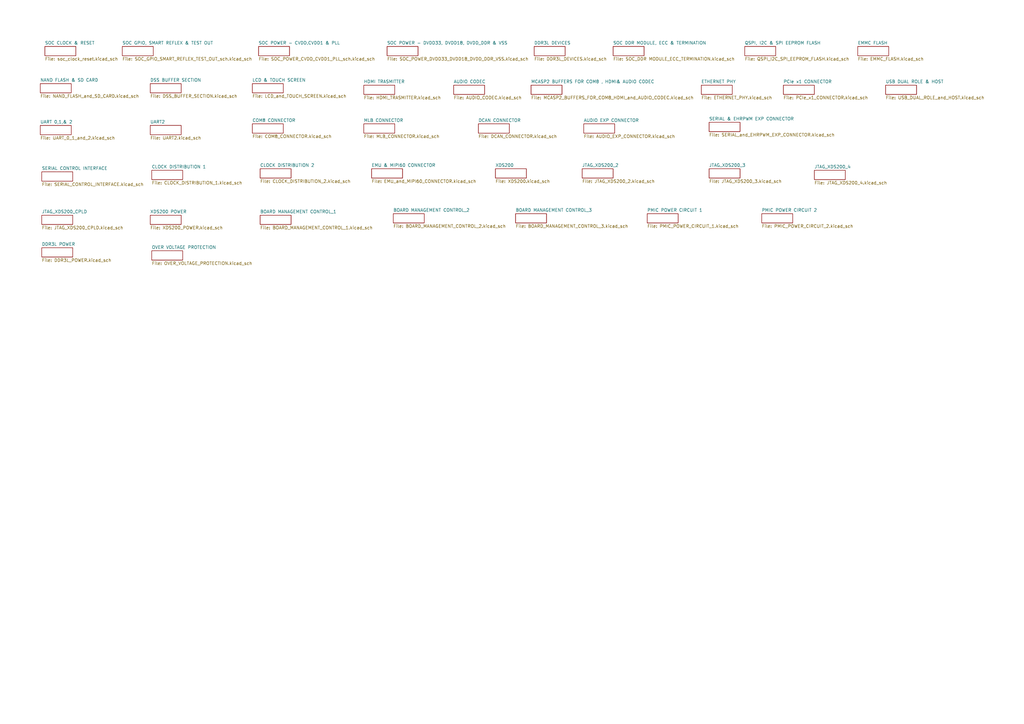
<source format=kicad_sch>
(kicad_sch
	(version 20250114)
	(generator "eeschema")
	(generator_version "9.0")
	(uuid "d330d23c-f976-4d30-a668-2bf451cc6840")
	(paper "A3")
	(title_block
		(title "Barre de son (base saine)")
		(date "2025-05-16")
		(rev "1.0")
		(company "NDH")
	)
	(lib_symbols)
	(sheet
		(at 17.145 101.6)
		(size 12.7 3.81)
		(exclude_from_sim no)
		(in_bom yes)
		(on_board yes)
		(dnp no)
		(fields_autoplaced yes)
		(stroke
			(width 0.1524)
			(type solid)
		)
		(fill
			(color 0 0 0 0.0000)
		)
		(uuid "14e04959-303b-45c0-85a5-08c623624c11")
		(property "Sheetname" "DDR3L POWER"
			(at 17.145 100.8884 0)
			(effects
				(font
					(size 1.27 1.27)
				)
				(justify left bottom)
			)
		)
		(property "Sheetfile" "DDR3L_POWER.kicad_sch"
			(at 17.145 105.9946 0)
			(effects
				(font
					(size 1.27 1.27)
				)
				(justify left top)
			)
		)
		(instances
			(project "Processeur_Barre_Son"
				(path "/d330d23c-f976-4d30-a668-2bf451cc6840"
					(page "41")
				)
			)
		)
	)
	(sheet
		(at 219.075 19.05)
		(size 12.7 3.81)
		(exclude_from_sim no)
		(in_bom yes)
		(on_board yes)
		(dnp no)
		(fields_autoplaced yes)
		(stroke
			(width 0.1524)
			(type solid)
		)
		(fill
			(color 0 0 0 0.0000)
		)
		(uuid "1e325509-e453-42be-af03-35e9e8d60a64")
		(property "Sheetname" "DDR3L DEVICES"
			(at 219.075 18.3384 0)
			(effects
				(font
					(size 1.27 1.27)
				)
				(justify left bottom)
			)
		)
		(property "Sheetfile" "DDR3L_DEVICES.kicad_sch"
			(at 219.075 23.4446 0)
			(effects
				(font
					(size 1.27 1.27)
				)
				(justify left top)
			)
		)
		(instances
			(project "Processeur_Barre_Son"
				(path "/d330d23c-f976-4d30-a668-2bf451cc6840"
					(page "6")
				)
			)
		)
	)
	(sheet
		(at 290.83 50.165)
		(size 12.7 3.81)
		(exclude_from_sim no)
		(in_bom yes)
		(on_board yes)
		(dnp no)
		(fields_autoplaced yes)
		(stroke
			(width 0.1524)
			(type solid)
		)
		(fill
			(color 0 0 0 0.0000)
		)
		(uuid "1f45797e-6c56-4299-b909-e04ca0dddf28")
		(property "Sheetname" "SERIAL & EHRPWM EXP CONNECTOR"
			(at 290.83 49.4534 0)
			(effects
				(font
					(size 1.27 1.27)
				)
				(justify left bottom)
			)
		)
		(property "Sheetfile" "SERIAL_and_EHRPWM_EXP_CONNECTOR.kicad_sch"
			(at 290.83 54.5596 0)
			(effects
				(font
					(size 1.27 1.27)
				)
				(justify left top)
			)
		)
		(instances
			(project "Processeur_Barre_Son"
				(path "/d330d23c-f976-4d30-a668-2bf451cc6840"
					(page "25")
				)
			)
		)
	)
	(sheet
		(at 351.79 19.05)
		(size 12.7 3.81)
		(exclude_from_sim no)
		(in_bom yes)
		(on_board yes)
		(dnp no)
		(fields_autoplaced yes)
		(stroke
			(width 0.1524)
			(type solid)
		)
		(fill
			(color 0 0 0 0.0000)
		)
		(uuid "23767ee9-4fa3-4980-b189-f31e5324e948")
		(property "Sheetname" "EMMC FLASH"
			(at 351.79 18.3384 0)
			(effects
				(font
					(size 1.27 1.27)
				)
				(justify left bottom)
			)
		)
		(property "Sheetfile" "EMMC_FLASH.kicad_sch"
			(at 351.79 23.4446 0)
			(effects
				(font
					(size 1.27 1.27)
				)
				(justify left top)
			)
		)
		(instances
			(project "Processeur_Barre_Son"
				(path "/d330d23c-f976-4d30-a668-2bf451cc6840"
					(page "9")
				)
			)
		)
	)
	(sheet
		(at 149.225 34.925)
		(size 12.7 3.81)
		(exclude_from_sim no)
		(in_bom yes)
		(on_board yes)
		(dnp no)
		(fields_autoplaced yes)
		(stroke
			(width 0.1524)
			(type solid)
		)
		(fill
			(color 0 0 0 0.0000)
		)
		(uuid "25ccd6c2-dcce-4d7f-91d9-2115f41a30c5")
		(property "Sheetname" "HDMI TRASMITTER"
			(at 149.225 34.2134 0)
			(effects
				(font
					(size 1.27 1.27)
				)
				(justify left bottom)
			)
		)
		(property "Sheetfile" "HDMI_TRASMITTER.kicad_sch"
			(at 149.225 39.3196 0)
			(effects
				(font
					(size 1.27 1.27)
				)
				(justify left top)
			)
		)
		(instances
			(project "Processeur_Barre_Son"
				(path "/d330d23c-f976-4d30-a668-2bf451cc6840"
					(page "13")
				)
			)
		)
	)
	(sheet
		(at 61.595 34.29)
		(size 12.7 3.81)
		(exclude_from_sim no)
		(in_bom yes)
		(on_board yes)
		(dnp no)
		(fields_autoplaced yes)
		(stroke
			(width 0.1524)
			(type solid)
		)
		(fill
			(color 0 0 0 0.0000)
		)
		(uuid "2aed06fa-77b9-494d-84cf-8b30e5646dab")
		(property "Sheetname" "DSS BUFFER SECTION"
			(at 61.595 33.5784 0)
			(effects
				(font
					(size 1.27 1.27)
				)
				(justify left bottom)
			)
		)
		(property "Sheetfile" "DSS_BUFFER_SECTION.kicad_sch"
			(at 61.595 38.6846 0)
			(effects
				(font
					(size 1.27 1.27)
				)
				(justify left top)
			)
		)
		(instances
			(project "Processeur_Barre_Son"
				(path "/d330d23c-f976-4d30-a668-2bf451cc6840"
					(page "11")
				)
			)
		)
	)
	(sheet
		(at 158.75 19.05)
		(size 12.7 3.81)
		(exclude_from_sim no)
		(in_bom yes)
		(on_board yes)
		(dnp no)
		(fields_autoplaced yes)
		(stroke
			(width 0.1524)
			(type solid)
		)
		(fill
			(color 0 0 0 0.0000)
		)
		(uuid "3199e115-b37c-4404-b691-5297fcf2cd7e")
		(property "Sheetname" "SOC POWER - DVDD33, DVDD18, DVDD_DDR & VSS"
			(at 158.75 18.3384 0)
			(effects
				(font
					(size 1.27 1.27)
				)
				(justify left bottom)
			)
		)
		(property "Sheetfile" "SOC_POWER_DVDD33_DVDD18_DVDD_DDR_VSS.kicad_sch"
			(at 158.75 23.4446 0)
			(effects
				(font
					(size 1.27 1.27)
				)
				(justify left top)
			)
		)
		(instances
			(project "Processeur_Barre_Son"
				(path "/d330d23c-f976-4d30-a668-2bf451cc6840"
					(page "5")
				)
			)
		)
	)
	(sheet
		(at 149.225 50.8)
		(size 12.7 3.81)
		(exclude_from_sim no)
		(in_bom yes)
		(on_board yes)
		(dnp no)
		(fields_autoplaced yes)
		(stroke
			(width 0.1524)
			(type solid)
		)
		(fill
			(color 0 0 0 0.0000)
		)
		(uuid "33587aed-cb43-41c0-ac92-9edbc2956eb5")
		(property "Sheetname" "MLB CONNECTOR"
			(at 149.225 50.0884 0)
			(effects
				(font
					(size 1.27 1.27)
				)
				(justify left bottom)
			)
		)
		(property "Sheetfile" "MLB_CONNECTOR.kicad_sch"
			(at 149.225 55.1946 0)
			(effects
				(font
					(size 1.27 1.27)
				)
				(justify left top)
			)
		)
		(property "Field2" ""
			(at 149.225 50.8 0)
			(effects
				(font
					(size 1.27 1.27)
				)
			)
		)
		(instances
			(project "Processeur_Barre_Son"
				(path "/d330d23c-f976-4d30-a668-2bf451cc6840"
					(page "22")
				)
			)
		)
	)
	(sheet
		(at 211.455 87.63)
		(size 12.7 3.81)
		(exclude_from_sim no)
		(in_bom yes)
		(on_board yes)
		(dnp no)
		(fields_autoplaced yes)
		(stroke
			(width 0.1524)
			(type solid)
		)
		(fill
			(color 0 0 0 0.0000)
		)
		(uuid "368bbb4f-88a3-42bc-be04-b39e89249644")
		(property "Sheetname" "BOARD MANAGEMENT CONTROL_3"
			(at 211.455 86.9184 0)
			(effects
				(font
					(size 1.27 1.27)
				)
				(justify left bottom)
			)
		)
		(property "Sheetfile" "BOARD_MANAGEMENT_CONTROL_3.kicad_sch"
			(at 211.455 92.0246 0)
			(effects
				(font
					(size 1.27 1.27)
				)
				(justify left top)
			)
		)
		(instances
			(project "Processeur_Barre_Son"
				(path "/d330d23c-f976-4d30-a668-2bf451cc6840"
					(page "38")
				)
			)
		)
	)
	(sheet
		(at 62.23 102.87)
		(size 12.7 3.81)
		(exclude_from_sim no)
		(in_bom yes)
		(on_board yes)
		(dnp no)
		(fields_autoplaced yes)
		(stroke
			(width 0.1524)
			(type solid)
		)
		(fill
			(color 0 0 0 0.0000)
		)
		(uuid "3954725a-0618-4aae-991c-9b3095213750")
		(property "Sheetname" "OVER VOLTAGE PROTECTION"
			(at 62.23 102.1584 0)
			(effects
				(font
					(size 1.27 1.27)
				)
				(justify left bottom)
			)
		)
		(property "Sheetfile" "OVER_VOLTAGE_PROTECTION.kicad_sch"
			(at 62.23 107.2646 0)
			(effects
				(font
					(size 1.27 1.27)
				)
				(justify left top)
			)
		)
		(instances
			(project "Processeur_Barre_Son"
				(path "/d330d23c-f976-4d30-a668-2bf451cc6840"
					(page "42")
				)
			)
		)
	)
	(sheet
		(at 106.68 69.215)
		(size 12.7 3.81)
		(exclude_from_sim no)
		(in_bom yes)
		(on_board yes)
		(dnp no)
		(fields_autoplaced yes)
		(stroke
			(width 0.1524)
			(type solid)
		)
		(fill
			(color 0 0 0 0.0000)
		)
		(uuid "3c1070ef-8802-4968-ae43-12af18dad9bb")
		(property "Sheetname" "CLOCK DISTRIBUTION 2"
			(at 106.68 68.5034 0)
			(effects
				(font
					(size 1.27 1.27)
				)
				(justify left bottom)
			)
		)
		(property "Sheetfile" "CLOCK_DISTRIBUTION_2.kicad_sch"
			(at 106.68 73.6096 0)
			(effects
				(font
					(size 1.27 1.27)
				)
				(justify left top)
			)
		)
		(instances
			(project "Processeur_Barre_Son"
				(path "/d330d23c-f976-4d30-a668-2bf451cc6840"
					(page "28")
				)
			)
		)
	)
	(sheet
		(at 265.43 87.63)
		(size 12.7 3.81)
		(exclude_from_sim no)
		(in_bom yes)
		(on_board yes)
		(dnp no)
		(fields_autoplaced yes)
		(stroke
			(width 0.1524)
			(type solid)
		)
		(fill
			(color 0 0 0 0.0000)
		)
		(uuid "4d564300-2180-4e91-8dae-5188734dce4b")
		(property "Sheetname" "PMIC POWER CIRCUIT 1"
			(at 265.43 86.9184 0)
			(effects
				(font
					(size 1.27 1.27)
				)
				(justify left bottom)
			)
		)
		(property "Sheetfile" "PMIC_POWER_CIRCUIT_1.kicad_sch"
			(at 265.43 92.0246 0)
			(effects
				(font
					(size 1.27 1.27)
				)
				(justify left top)
			)
		)
		(instances
			(project "Processeur_Barre_Son"
				(path "/d330d23c-f976-4d30-a668-2bf451cc6840"
					(page "39")
				)
			)
		)
	)
	(sheet
		(at 16.5093 51.4584)
		(size 12.7007 3.81)
		(exclude_from_sim no)
		(in_bom yes)
		(on_board yes)
		(dnp no)
		(fields_autoplaced yes)
		(stroke
			(width 0.1524)
			(type solid)
		)
		(fill
			(color 0 0 0 0.0000)
		)
		(uuid "4f3530f6-47f9-43fa-ab11-e33d3c2a352b")
		(property "Sheetname" "UART 0,1,& 2"
			(at 16.5093 50.7468 0)
			(effects
				(font
					(size 1.27 1.27)
				)
				(justify left bottom)
			)
		)
		(property "Sheetfile" "UART_0_1_and_2.kicad_sch"
			(at 16.5093 55.853 0)
			(effects
				(font
					(size 1.27 1.27)
				)
				(justify left top)
			)
		)
		(instances
			(project "Processeur_Barre_Son"
				(path "/d330d23c-f976-4d30-a668-2bf451cc6840"
					(page "19")
				)
			)
		)
	)
	(sheet
		(at 186.055 34.925)
		(size 12.7 3.81)
		(exclude_from_sim no)
		(in_bom yes)
		(on_board yes)
		(dnp no)
		(fields_autoplaced yes)
		(stroke
			(width 0.1524)
			(type solid)
		)
		(fill
			(color 0 0 0 0.0000)
		)
		(uuid "51c366fb-2c46-40dd-af4c-3cfda0580b5f")
		(property "Sheetname" "AUDIO CODEC"
			(at 186.055 34.2134 0)
			(effects
				(font
					(size 1.27 1.27)
				)
				(justify left bottom)
			)
		)
		(property "Sheetfile" "AUDIO_CODEC.kicad_sch"
			(at 186.055 39.3196 0)
			(effects
				(font
					(size 1.27 1.27)
				)
				(justify left top)
			)
		)
		(instances
			(project "Processeur_Barre_Son"
				(path "/d330d23c-f976-4d30-a668-2bf451cc6840"
					(page "14")
				)
			)
		)
	)
	(sheet
		(at 103.505 50.8)
		(size 12.7 3.81)
		(exclude_from_sim no)
		(in_bom yes)
		(on_board yes)
		(dnp no)
		(fields_autoplaced yes)
		(stroke
			(width 0.1524)
			(type solid)
		)
		(fill
			(color 0 0 0 0.0000)
		)
		(uuid "6030182e-40cb-4234-947e-29e4f813aa3c")
		(property "Sheetname" "COM8 CONNECTOR"
			(at 103.505 50.0884 0)
			(effects
				(font
					(size 1.27 1.27)
				)
				(justify left bottom)
			)
		)
		(property "Sheetfile" "COM8_CONNECTOR.kicad_sch"
			(at 103.505 55.1946 0)
			(effects
				(font
					(size 1.27 1.27)
				)
				(justify left top)
			)
		)
		(instances
			(project "Processeur_Barre_Son"
				(path "/d330d23c-f976-4d30-a668-2bf451cc6840"
					(page "21")
				)
			)
		)
	)
	(sheet
		(at 239.395 50.8)
		(size 12.7 3.81)
		(exclude_from_sim no)
		(in_bom yes)
		(on_board yes)
		(dnp no)
		(fields_autoplaced yes)
		(stroke
			(width 0.1524)
			(type solid)
		)
		(fill
			(color 0 0 0 0.0000)
		)
		(uuid "6285fed5-041a-4dea-ba10-d3f5cf5b6299")
		(property "Sheetname" "AUDIO EXP CONNECTOR"
			(at 239.395 50.0884 0)
			(effects
				(font
					(size 1.27 1.27)
				)
				(justify left bottom)
			)
		)
		(property "Sheetfile" "AUDIO_EXP_CONNECTOR.kicad_sch"
			(at 239.395 55.1946 0)
			(effects
				(font
					(size 1.27 1.27)
				)
				(justify left top)
			)
		)
		(instances
			(project "Processeur_Barre_Son"
				(path "/d330d23c-f976-4d30-a668-2bf451cc6840"
					(page "24")
				)
			)
		)
	)
	(sheet
		(at 152.4 69.215)
		(size 12.7 3.81)
		(exclude_from_sim no)
		(in_bom yes)
		(on_board yes)
		(dnp no)
		(fields_autoplaced yes)
		(stroke
			(width 0.1524)
			(type solid)
		)
		(fill
			(color 0 0 0 0.0000)
		)
		(uuid "675a074d-76ba-4689-bb35-e84e9af61645")
		(property "Sheetname" "EMU & MIPI60 CONNECTOR"
			(at 152.4 68.5034 0)
			(effects
				(font
					(size 1.27 1.27)
				)
				(justify left bottom)
			)
		)
		(property "Sheetfile" "EMU_and_MIPI60_CONNECTOR.kicad_sch"
			(at 152.4 73.6096 0)
			(effects
				(font
					(size 1.27 1.27)
				)
				(justify left top)
			)
		)
		(instances
			(project "Processeur_Barre_Son"
				(path "/d330d23c-f976-4d30-a668-2bf451cc6840"
					(page "29")
				)
			)
		)
	)
	(sheet
		(at 50.165 19.05)
		(size 12.7 3.81)
		(exclude_from_sim no)
		(in_bom yes)
		(on_board yes)
		(dnp no)
		(fields_autoplaced yes)
		(stroke
			(width 0.1524)
			(type solid)
		)
		(fill
			(color 0 0 0 0.0000)
		)
		(uuid "67e32a13-6790-4e7a-8cdd-416255665df9")
		(property "Sheetname" "SOC GPIO, SMART REFLEX & TEST OUT"
			(at 50.165 18.3384 0)
			(effects
				(font
					(size 1.27 1.27)
				)
				(justify left bottom)
			)
		)
		(property "Sheetfile" "SOC_GPIO_SMART_REFLEX_TEST_OUT_sch.kicad_sch"
			(at 50.165 23.4446 0)
			(effects
				(font
					(size 1.27 1.27)
				)
				(justify left top)
			)
		)
		(instances
			(project "Processeur_Barre_Son"
				(path "/d330d23c-f976-4d30-a668-2bf451cc6840"
					(page "3")
				)
			)
		)
	)
	(sheet
		(at 203.2 69.215)
		(size 12.7 3.81)
		(exclude_from_sim no)
		(in_bom yes)
		(on_board yes)
		(dnp no)
		(fields_autoplaced yes)
		(stroke
			(width 0.1524)
			(type solid)
		)
		(fill
			(color 0 0 0 0.0000)
		)
		(uuid "74301966-17a2-4844-8e23-9997732cba85")
		(property "Sheetname" "XDS200"
			(at 203.2 68.5034 0)
			(effects
				(font
					(size 1.27 1.27)
				)
				(justify left bottom)
			)
		)
		(property "Sheetfile" "XDS200.kicad_sch"
			(at 203.2 73.6096 0)
			(effects
				(font
					(size 1.27 1.27)
				)
				(justify left top)
			)
		)
		(instances
			(project "Processeur_Barre_Son"
				(path "/d330d23c-f976-4d30-a668-2bf451cc6840"
					(page "30")
				)
			)
		)
	)
	(sheet
		(at 103.505 34.29)
		(size 12.7 3.81)
		(exclude_from_sim no)
		(in_bom yes)
		(on_board yes)
		(dnp no)
		(fields_autoplaced yes)
		(stroke
			(width 0.1524)
			(type solid)
		)
		(fill
			(color 0 0 0 0.0000)
		)
		(uuid "8026daf0-5838-4475-bb8b-6106a6c74c70")
		(property "Sheetname" "LCD & TOUCH SCREEN"
			(at 103.505 33.5784 0)
			(effects
				(font
					(size 1.27 1.27)
				)
				(justify left bottom)
			)
		)
		(property "Sheetfile" "LCD_and_TOUCH_SCREEN.kicad_sch"
			(at 103.505 38.6846 0)
			(effects
				(font
					(size 1.27 1.27)
				)
				(justify left top)
			)
		)
		(instances
			(project "Processeur_Barre_Son"
				(path "/d330d23c-f976-4d30-a668-2bf451cc6840"
					(page "12")
				)
			)
		)
	)
	(sheet
		(at 62.23 69.85)
		(size 12.7 3.81)
		(exclude_from_sim no)
		(in_bom yes)
		(on_board yes)
		(dnp no)
		(fields_autoplaced yes)
		(stroke
			(width 0.1524)
			(type solid)
		)
		(fill
			(color 0 0 0 0.0000)
		)
		(uuid "80aee9b3-bd76-4be4-87ab-cdccad77a5ab")
		(property "Sheetname" "CLOCK DISTRIBUTION 1"
			(at 62.23 69.1384 0)
			(effects
				(font
					(size 1.27 1.27)
				)
				(justify left bottom)
			)
		)
		(property "Sheetfile" "CLOCK_DISTRIBUTION_1.kicad_sch"
			(at 62.23 74.2446 0)
			(effects
				(font
					(size 1.27 1.27)
				)
				(justify left top)
			)
		)
		(instances
			(project "Processeur_Barre_Son"
				(path "/d330d23c-f976-4d30-a668-2bf451cc6840"
					(page "27")
				)
			)
		)
	)
	(sheet
		(at 238.76 69.215)
		(size 12.7 3.81)
		(exclude_from_sim no)
		(in_bom yes)
		(on_board yes)
		(dnp no)
		(fields_autoplaced yes)
		(stroke
			(width 0.1524)
			(type solid)
		)
		(fill
			(color 0 0 0 0.0000)
		)
		(uuid "80cc8116-4b9e-4563-a380-951e1175c9b4")
		(property "Sheetname" "JTAG_XDS200_2"
			(at 238.76 68.5034 0)
			(effects
				(font
					(size 1.27 1.27)
				)
				(justify left bottom)
			)
		)
		(property "Sheetfile" "JTAG_XDS200_2.kicad_sch"
			(at 238.76 73.6096 0)
			(effects
				(font
					(size 1.27 1.27)
				)
				(justify left top)
			)
		)
		(instances
			(project "Processeur_Barre_Son"
				(path "/d330d23c-f976-4d30-a668-2bf451cc6840"
					(page "31")
				)
			)
		)
	)
	(sheet
		(at 363.22 34.925)
		(size 12.7 3.81)
		(exclude_from_sim no)
		(in_bom yes)
		(on_board yes)
		(dnp no)
		(fields_autoplaced yes)
		(stroke
			(width 0.1524)
			(type solid)
		)
		(fill
			(color 0 0 0 0.0000)
		)
		(uuid "86c82472-eaa4-4ddc-a5ac-dddc7bbb4836")
		(property "Sheetname" "USB DUAL ROLE & HOST"
			(at 363.22 34.2134 0)
			(effects
				(font
					(size 1.27 1.27)
				)
				(justify left bottom)
			)
		)
		(property "Sheetfile" "USB_DUAL_ROLE_and_HOST.kicad_sch"
			(at 363.22 39.3196 0)
			(effects
				(font
					(size 1.27 1.27)
				)
				(justify left top)
			)
		)
		(instances
			(project "Processeur_Barre_Son"
				(path "/d330d23c-f976-4d30-a668-2bf451cc6840"
					(page "18")
				)
			)
		)
	)
	(sheet
		(at 287.655 34.925)
		(size 12.7 3.81)
		(exclude_from_sim no)
		(in_bom yes)
		(on_board yes)
		(dnp no)
		(fields_autoplaced yes)
		(stroke
			(width 0.1524)
			(type solid)
		)
		(fill
			(color 0 0 0 0.0000)
		)
		(uuid "8b476b6e-f72e-431c-bdfc-c94a1e8bf1a7")
		(property "Sheetname" "ETHERNET PHY"
			(at 287.655 34.2134 0)
			(effects
				(font
					(size 1.27 1.27)
				)
				(justify left bottom)
			)
		)
		(property "Sheetfile" "ETHERNET_PHY.kicad_sch"
			(at 287.655 39.3196 0)
			(effects
				(font
					(size 1.27 1.27)
				)
				(justify left top)
			)
		)
		(instances
			(project "Processeur_Barre_Son"
				(path "/d330d23c-f976-4d30-a668-2bf451cc6840"
					(page "16")
				)
			)
		)
	)
	(sheet
		(at 16.51 34.29)
		(size 12.7 3.81)
		(exclude_from_sim no)
		(in_bom yes)
		(on_board yes)
		(dnp no)
		(fields_autoplaced yes)
		(stroke
			(width 0.1524)
			(type solid)
		)
		(fill
			(color 0 0 0 0.0000)
		)
		(uuid "93ed0a37-21db-4e3a-af21-58cc5ba920be")
		(property "Sheetname" "NAND FLASH & SD CARD"
			(at 16.51 33.5784 0)
			(effects
				(font
					(size 1.27 1.27)
				)
				(justify left bottom)
			)
		)
		(property "Sheetfile" "NAND_FLASH_and_SD_CARD.kicad_sch"
			(at 16.51 38.6846 0)
			(effects
				(font
					(size 1.27 1.27)
				)
				(justify left top)
			)
		)
		(instances
			(project "Processeur_Barre_Son"
				(path "/d330d23c-f976-4d30-a668-2bf451cc6840"
					(page "10")
				)
			)
		)
	)
	(sheet
		(at 334.01 69.85)
		(size 12.7 3.81)
		(exclude_from_sim no)
		(in_bom yes)
		(on_board yes)
		(dnp no)
		(fields_autoplaced yes)
		(stroke
			(width 0.1524)
			(type solid)
		)
		(fill
			(color 0 0 0 0.0000)
		)
		(uuid "98e67109-9a21-43b3-aaf4-823fc2df8d89")
		(property "Sheetname" "JTAG_XDS200_4"
			(at 334.01 69.1384 0)
			(effects
				(font
					(size 1.27 1.27)
				)
				(justify left bottom)
			)
		)
		(property "Sheetfile" "JTAG_XDS200_4.kicad_sch"
			(at 334.01 74.2446 0)
			(effects
				(font
					(size 1.27 1.27)
				)
				(justify left top)
			)
		)
		(instances
			(project "Processeur_Barre_Son"
				(path "/d330d23c-f976-4d30-a668-2bf451cc6840"
					(page "33")
				)
			)
		)
	)
	(sheet
		(at 321.31 34.925)
		(size 12.7 3.81)
		(exclude_from_sim no)
		(in_bom yes)
		(on_board yes)
		(dnp no)
		(fields_autoplaced yes)
		(stroke
			(width 0.1524)
			(type solid)
		)
		(fill
			(color 0 0 0 0.0000)
		)
		(uuid "a5ad9bc1-1480-4e83-9004-4a0672d6e86f")
		(property "Sheetname" "PCIe x1 CONNECTOR"
			(at 321.31 34.2134 0)
			(effects
				(font
					(size 1.27 1.27)
				)
				(justify left bottom)
			)
		)
		(property "Sheetfile" "PCIe_x1_CONNECTOR.kicad_sch"
			(at 321.31 39.3196 0)
			(effects
				(font
					(size 1.27 1.27)
				)
				(justify left top)
			)
		)
		(instances
			(project "Processeur_Barre_Son"
				(path "/d330d23c-f976-4d30-a668-2bf451cc6840"
					(page "17")
				)
			)
		)
	)
	(sheet
		(at 17.145 70.485)
		(size 12.7 3.81)
		(exclude_from_sim no)
		(in_bom yes)
		(on_board yes)
		(dnp no)
		(fields_autoplaced yes)
		(stroke
			(width 0.1524)
			(type solid)
		)
		(fill
			(color 0 0 0 0.0000)
		)
		(uuid "b33b2e5c-65c5-4b2a-b2a5-6d1c6f8b452d")
		(property "Sheetname" "SERIAL CONTROL INTERFACE"
			(at 17.145 69.7734 0)
			(effects
				(font
					(size 1.27 1.27)
				)
				(justify left bottom)
			)
		)
		(property "Sheetfile" "SERIAL_CONTROL_INTERFACE.kicad_sch"
			(at 17.145 74.8796 0)
			(effects
				(font
					(size 1.27 1.27)
				)
				(justify left top)
			)
		)
		(instances
			(project "Processeur_Barre_Son"
				(path "/d330d23c-f976-4d30-a668-2bf451cc6840"
					(page "26")
				)
			)
		)
	)
	(sheet
		(at 17.145 88.265)
		(size 12.7 3.81)
		(exclude_from_sim no)
		(in_bom yes)
		(on_board yes)
		(dnp no)
		(fields_autoplaced yes)
		(stroke
			(width 0.1524)
			(type solid)
		)
		(fill
			(color 0 0 0 0.0000)
		)
		(uuid "cc161c1e-3c16-4e2e-bcac-c9fcf26ee8fe")
		(property "Sheetname" "JTAG_XDS200_CPLD"
			(at 17.145 87.5534 0)
			(effects
				(font
					(size 1.27 1.27)
				)
				(justify left bottom)
			)
		)
		(property "Sheetfile" "JTAG_XDS200_CPLD.kicad_sch"
			(at 17.145 92.6596 0)
			(effects
				(font
					(size 1.27 1.27)
				)
				(justify left top)
			)
		)
		(instances
			(project "Processeur_Barre_Son"
				(path "/d330d23c-f976-4d30-a668-2bf451cc6840"
					(page "34")
				)
			)
		)
	)
	(sheet
		(at 305.435 19.05)
		(size 12.7 3.81)
		(exclude_from_sim no)
		(in_bom yes)
		(on_board yes)
		(dnp no)
		(fields_autoplaced yes)
		(stroke
			(width 0.1524)
			(type solid)
		)
		(fill
			(color 0 0 0 0.0000)
		)
		(uuid "dde56bbf-a659-44b1-9d0e-47b414d7f927")
		(property "Sheetname" "QSPI, I2C & SPI EEPROM FLASH"
			(at 305.435 18.3384 0)
			(effects
				(font
					(size 1.27 1.27)
				)
				(justify left bottom)
			)
		)
		(property "Sheetfile" "QSPI_I2C_SPI_EEPROM_FLASH.kicad_sch"
			(at 305.435 23.4446 0)
			(effects
				(font
					(size 1.27 1.27)
				)
				(justify left top)
			)
		)
		(instances
			(project "Processeur_Barre_Son"
				(path "/d330d23c-f976-4d30-a668-2bf451cc6840"
					(page "8")
				)
			)
		)
	)
	(sheet
		(at 61.595 88.265)
		(size 12.7 3.81)
		(exclude_from_sim no)
		(in_bom yes)
		(on_board yes)
		(dnp no)
		(fields_autoplaced yes)
		(stroke
			(width 0.1524)
			(type solid)
		)
		(fill
			(color 0 0 0 0.0000)
		)
		(uuid "e02824e9-1f80-4da8-8b2b-35b93f12927f")
		(property "Sheetname" "XDS200 POWER"
			(at 61.595 87.5534 0)
			(effects
				(font
					(size 1.27 1.27)
				)
				(justify left bottom)
			)
		)
		(property "Sheetfile" "XDS200_POWER.kicad_sch"
			(at 61.595 92.6596 0)
			(effects
				(font
					(size 1.27 1.27)
				)
				(justify left top)
			)
		)
		(instances
			(project "Processeur_Barre_Son"
				(path "/d330d23c-f976-4d30-a668-2bf451cc6840"
					(page "35")
				)
			)
		)
	)
	(sheet
		(at 251.46 19.05)
		(size 12.7 3.81)
		(exclude_from_sim no)
		(in_bom yes)
		(on_board yes)
		(dnp no)
		(fields_autoplaced yes)
		(stroke
			(width 0.1524)
			(type solid)
		)
		(fill
			(color 0 0 0 0.0000)
		)
		(uuid "e1ab8f63-36cb-420f-8f3a-b7731513ce52")
		(property "Sheetname" "SOC DDR MODULE, ECC & TERMINATION"
			(at 251.46 18.3384 0)
			(effects
				(font
					(size 1.27 1.27)
				)
				(justify left bottom)
			)
		)
		(property "Sheetfile" "SOC_DDR MODULE_ECC_TERMINATION.kicad_sch"
			(at 251.46 23.4446 0)
			(effects
				(font
					(size 1.27 1.27)
				)
				(justify left top)
			)
		)
		(instances
			(project "Processeur_Barre_Son"
				(path "/d330d23c-f976-4d30-a668-2bf451cc6840"
					(page "7")
				)
			)
		)
	)
	(sheet
		(at 290.83 69.215)
		(size 12.7 3.81)
		(exclude_from_sim no)
		(in_bom yes)
		(on_board yes)
		(dnp no)
		(fields_autoplaced yes)
		(stroke
			(width 0.1524)
			(type solid)
		)
		(fill
			(color 0 0 0 0.0000)
		)
		(uuid "e899e554-7374-4d5a-90db-e7ad54095fe9")
		(property "Sheetname" "JTAG_XDS200_3"
			(at 290.83 68.5034 0)
			(effects
				(font
					(size 1.27 1.27)
				)
				(justify left bottom)
			)
		)
		(property "Sheetfile" "JTAG_XDS200_3.kicad_sch"
			(at 290.83 73.6096 0)
			(effects
				(font
					(size 1.27 1.27)
				)
				(justify left top)
			)
		)
		(instances
			(project "Processeur_Barre_Son"
				(path "/d330d23c-f976-4d30-a668-2bf451cc6840"
					(page "32")
				)
			)
		)
	)
	(sheet
		(at 106.68 88.265)
		(size 12.7 3.81)
		(exclude_from_sim no)
		(in_bom yes)
		(on_board yes)
		(dnp no)
		(fields_autoplaced yes)
		(stroke
			(width 0.1524)
			(type solid)
		)
		(fill
			(color 0 0 0 0.0000)
		)
		(uuid "eb03ecd0-cca0-49f0-837d-4e8da34b6468")
		(property "Sheetname" "BOARD MANAGEMENT CONTROL_1"
			(at 106.68 87.5534 0)
			(effects
				(font
					(size 1.27 1.27)
				)
				(justify left bottom)
			)
		)
		(property "Sheetfile" "BOARD_MANAGEMENT_CONTROL_1.kicad_sch"
			(at 106.68 92.6596 0)
			(effects
				(font
					(size 1.27 1.27)
				)
				(justify left top)
			)
		)
		(instances
			(project "Processeur_Barre_Son"
				(path "/d330d23c-f976-4d30-a668-2bf451cc6840"
					(page "36")
				)
			)
		)
	)
	(sheet
		(at 196.215 50.8)
		(size 12.7 3.81)
		(exclude_from_sim no)
		(in_bom yes)
		(on_board yes)
		(dnp no)
		(fields_autoplaced yes)
		(stroke
			(width 0.1524)
			(type solid)
		)
		(fill
			(color 0 0 0 0.0000)
		)
		(uuid "f14015fd-1bf4-4a26-87a1-d32849f04882")
		(property "Sheetname" "DCAN CONNECTOR"
			(at 196.215 50.0884 0)
			(effects
				(font
					(size 1.27 1.27)
				)
				(justify left bottom)
			)
		)
		(property "Sheetfile" "DCAN_CONNECTOR.kicad_sch"
			(at 196.215 55.1946 0)
			(effects
				(font
					(size 1.27 1.27)
				)
				(justify left top)
			)
		)
		(instances
			(project "Processeur_Barre_Son"
				(path "/d330d23c-f976-4d30-a668-2bf451cc6840"
					(page "23")
				)
			)
		)
	)
	(sheet
		(at 61.595 51.435)
		(size 12.7 3.81)
		(exclude_from_sim no)
		(in_bom yes)
		(on_board yes)
		(dnp no)
		(fields_autoplaced yes)
		(stroke
			(width 0.1524)
			(type solid)
		)
		(fill
			(color 0 0 0 0.0000)
		)
		(uuid "f5cb96c8-5b60-467d-b27c-7e0879bd38d0")
		(property "Sheetname" "UART2"
			(at 61.595 50.7234 0)
			(effects
				(font
					(size 1.27 1.27)
				)
				(justify left bottom)
			)
		)
		(property "Sheetfile" "UART2.kicad_sch"
			(at 61.595 55.8296 0)
			(effects
				(font
					(size 1.27 1.27)
				)
				(justify left top)
			)
		)
		(instances
			(project "Processeur_Barre_Son"
				(path "/d330d23c-f976-4d30-a668-2bf451cc6840"
					(page "20")
				)
			)
		)
	)
	(sheet
		(at 106.045 19.05)
		(size 12.7 3.81)
		(exclude_from_sim no)
		(in_bom yes)
		(on_board yes)
		(dnp no)
		(fields_autoplaced yes)
		(stroke
			(width 0.1524)
			(type solid)
		)
		(fill
			(color 0 0 0 0.0000)
		)
		(uuid "fa9c97e0-3b90-43d3-96c1-77ad77a79ef5")
		(property "Sheetname" "SOC POWER - CVDD,CVDD1 & PLL"
			(at 106.045 18.3384 0)
			(effects
				(font
					(size 1.27 1.27)
				)
				(justify left bottom)
			)
		)
		(property "Sheetfile" "SOC_POWER_CVDD_CVDD1_PLL_sch.kicad_sch"
			(at 106.045 23.4446 0)
			(effects
				(font
					(size 1.27 1.27)
				)
				(justify left top)
			)
		)
		(instances
			(project "Processeur_Barre_Son"
				(path "/d330d23c-f976-4d30-a668-2bf451cc6840"
					(page "4")
				)
			)
		)
	)
	(sheet
		(at 18.415 19.05)
		(size 12.7 3.81)
		(exclude_from_sim no)
		(in_bom yes)
		(on_board yes)
		(dnp no)
		(fields_autoplaced yes)
		(stroke
			(width 0.1524)
			(type solid)
		)
		(fill
			(color 0 0 0 0.0000)
		)
		(uuid "fc416656-20dc-4860-bed7-5f65298e69e7")
		(property "Sheetname" "SOC CLOCK & RESET"
			(at 18.415 18.3384 0)
			(effects
				(font
					(size 1.27 1.27)
				)
				(justify left bottom)
			)
		)
		(property "Sheetfile" "soc_clock_reset.kicad_sch"
			(at 18.415 23.4446 0)
			(effects
				(font
					(size 1.27 1.27)
				)
				(justify left top)
			)
		)
		(instances
			(project "Processeur_Barre_Son"
				(path "/d330d23c-f976-4d30-a668-2bf451cc6840"
					(page "2")
				)
			)
		)
	)
	(sheet
		(at 161.29 87.63)
		(size 12.7 3.81)
		(exclude_from_sim no)
		(in_bom yes)
		(on_board yes)
		(dnp no)
		(fields_autoplaced yes)
		(stroke
			(width 0.1524)
			(type solid)
		)
		(fill
			(color 0 0 0 0.0000)
		)
		(uuid "fd3f67de-575e-49ff-bb90-b445c6134797")
		(property "Sheetname" "BOARD MANAGEMENT CONTROL_2"
			(at 161.29 86.9184 0)
			(effects
				(font
					(size 1.27 1.27)
				)
				(justify left bottom)
			)
		)
		(property "Sheetfile" "BOARD_MANAGEMENT_CONTROL_2.kicad_sch"
			(at 161.29 92.0246 0)
			(effects
				(font
					(size 1.27 1.27)
				)
				(justify left top)
			)
		)
		(instances
			(project "Processeur_Barre_Son"
				(path "/d330d23c-f976-4d30-a668-2bf451cc6840"
					(page "37")
				)
			)
		)
	)
	(sheet
		(at 312.42 87.63)
		(size 12.7 3.81)
		(exclude_from_sim no)
		(in_bom yes)
		(on_board yes)
		(dnp no)
		(fields_autoplaced yes)
		(stroke
			(width 0.1524)
			(type solid)
		)
		(fill
			(color 0 0 0 0.0000)
		)
		(uuid "fdc9eb56-e667-4f80-8cb4-36f81e92ba1a")
		(property "Sheetname" "PMIC POWER CIRCUIT 2"
			(at 312.42 86.9184 0)
			(effects
				(font
					(size 1.27 1.27)
				)
				(justify left bottom)
			)
		)
		(property "Sheetfile" "PMIC_POWER_CIRCUIT_2.kicad_sch"
			(at 312.42 92.0246 0)
			(effects
				(font
					(size 1.27 1.27)
				)
				(justify left top)
			)
		)
		(instances
			(project "Processeur_Barre_Son"
				(path "/d330d23c-f976-4d30-a668-2bf451cc6840"
					(page "40")
				)
			)
		)
	)
	(sheet
		(at 217.805 34.925)
		(size 12.7 3.81)
		(exclude_from_sim no)
		(in_bom yes)
		(on_board yes)
		(dnp no)
		(fields_autoplaced yes)
		(stroke
			(width 0.1524)
			(type solid)
		)
		(fill
			(color 0 0 0 0.0000)
		)
		(uuid "ff24d8c5-6366-4d73-9153-e9d1ff44b8e7")
		(property "Sheetname" "MCASP2 BUFFERS FOR COM8 , HDMI& AUDIO CODEC"
			(at 217.805 34.2134 0)
			(effects
				(font
					(size 1.27 1.27)
				)
				(justify left bottom)
			)
		)
		(property "Sheetfile" "MCASP2_BUFFERS_FOR_COM8_HDMI_and_AUDIO_CODEC.kicad_sch"
			(at 217.805 39.3196 0)
			(effects
				(font
					(size 1.27 1.27)
				)
				(justify left top)
			)
		)
		(instances
			(project "Processeur_Barre_Son"
				(path "/d330d23c-f976-4d30-a668-2bf451cc6840"
					(page "15")
				)
			)
		)
	)
	(sheet_instances
		(path "/"
			(page "1")
		)
	)
	(embedded_fonts no)
)

</source>
